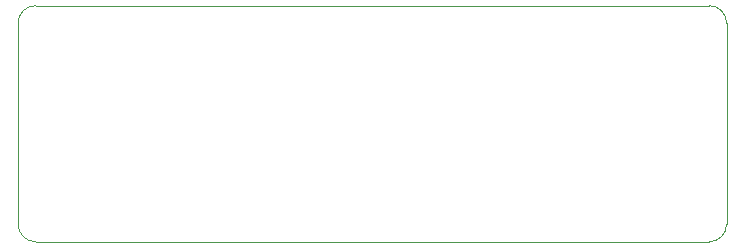
<source format=gbr>
%TF.GenerationSoftware,KiCad,Pcbnew,(5.1.9)-1*%
%TF.CreationDate,2021-04-12T14:13:55+08:00*%
%TF.ProjectId,HDSP_StatTrak,48445350-5f53-4746-9174-5472616b2e6b,rev?*%
%TF.SameCoordinates,Original*%
%TF.FileFunction,Profile,NP*%
%FSLAX46Y46*%
G04 Gerber Fmt 4.6, Leading zero omitted, Abs format (unit mm)*
G04 Created by KiCad (PCBNEW (5.1.9)-1) date 2021-04-12 14:13:55*
%MOMM*%
%LPD*%
G01*
G04 APERTURE LIST*
%TA.AperFunction,Profile*%
%ADD10C,0.050000*%
%TD*%
G04 APERTURE END LIST*
D10*
X84500000Y-76500000D02*
G75*
G02*
X86000000Y-75000000I1500000J0D01*
G01*
X143000000Y-75000000D02*
G75*
G02*
X144500000Y-76500000I0J-1500000D01*
G01*
X144500000Y-93500000D02*
G75*
G02*
X143000000Y-95000000I-1500000J0D01*
G01*
X86000000Y-95000000D02*
G75*
G02*
X84500000Y-93500000I0J1500000D01*
G01*
X143000000Y-75000000D02*
X86000000Y-75000000D01*
X144500000Y-93500000D02*
X144500000Y-76500000D01*
X86000000Y-95000000D02*
X143000000Y-95000000D01*
X84500000Y-76500000D02*
X84500000Y-93500000D01*
M02*

</source>
